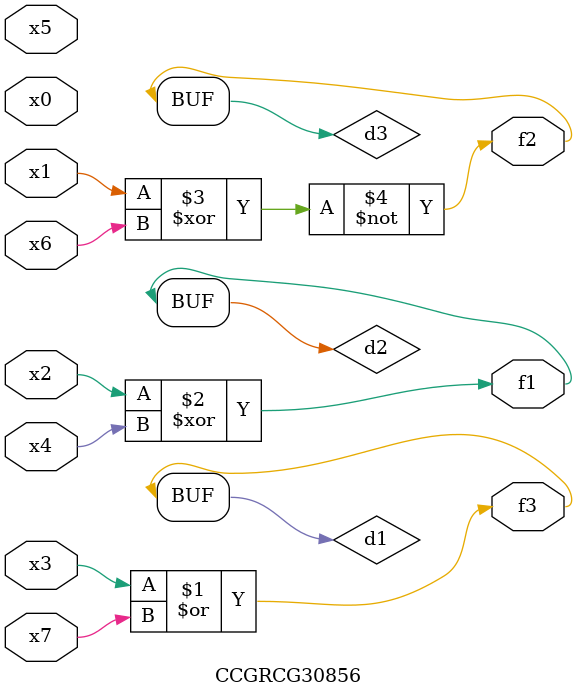
<source format=v>
module CCGRCG30856(
	input x0, x1, x2, x3, x4, x5, x6, x7,
	output f1, f2, f3
);

	wire d1, d2, d3;

	or (d1, x3, x7);
	xor (d2, x2, x4);
	xnor (d3, x1, x6);
	assign f1 = d2;
	assign f2 = d3;
	assign f3 = d1;
endmodule

</source>
